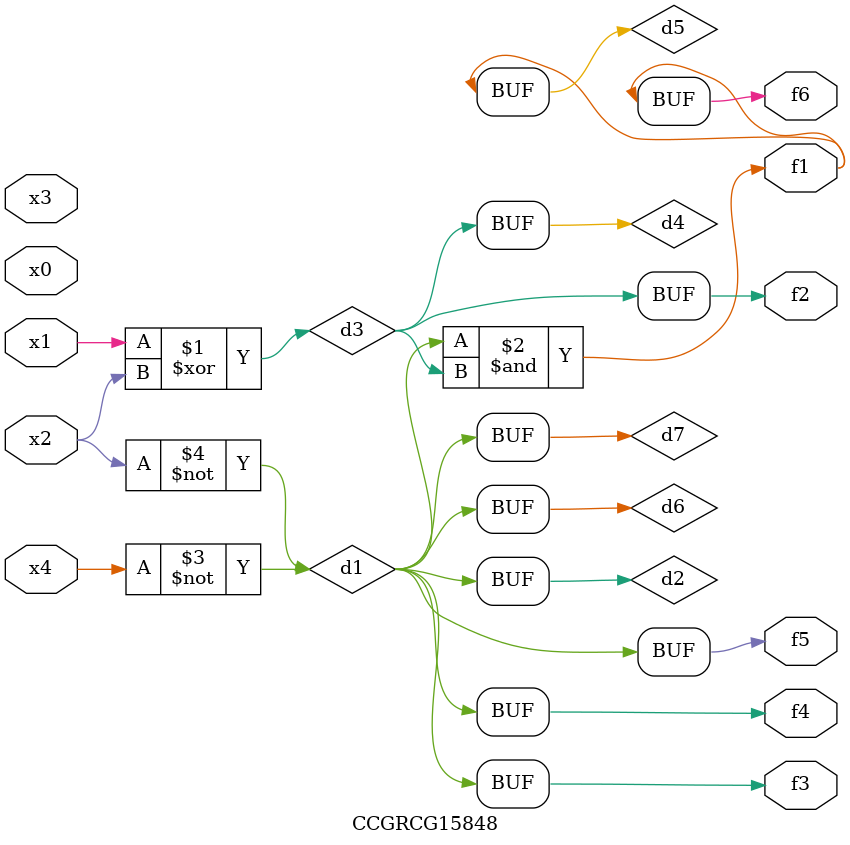
<source format=v>
module CCGRCG15848(
	input x0, x1, x2, x3, x4,
	output f1, f2, f3, f4, f5, f6
);

	wire d1, d2, d3, d4, d5, d6, d7;

	not (d1, x4);
	not (d2, x2);
	xor (d3, x1, x2);
	buf (d4, d3);
	and (d5, d1, d3);
	buf (d6, d1, d2);
	buf (d7, d2);
	assign f1 = d5;
	assign f2 = d4;
	assign f3 = d7;
	assign f4 = d7;
	assign f5 = d7;
	assign f6 = d5;
endmodule

</source>
